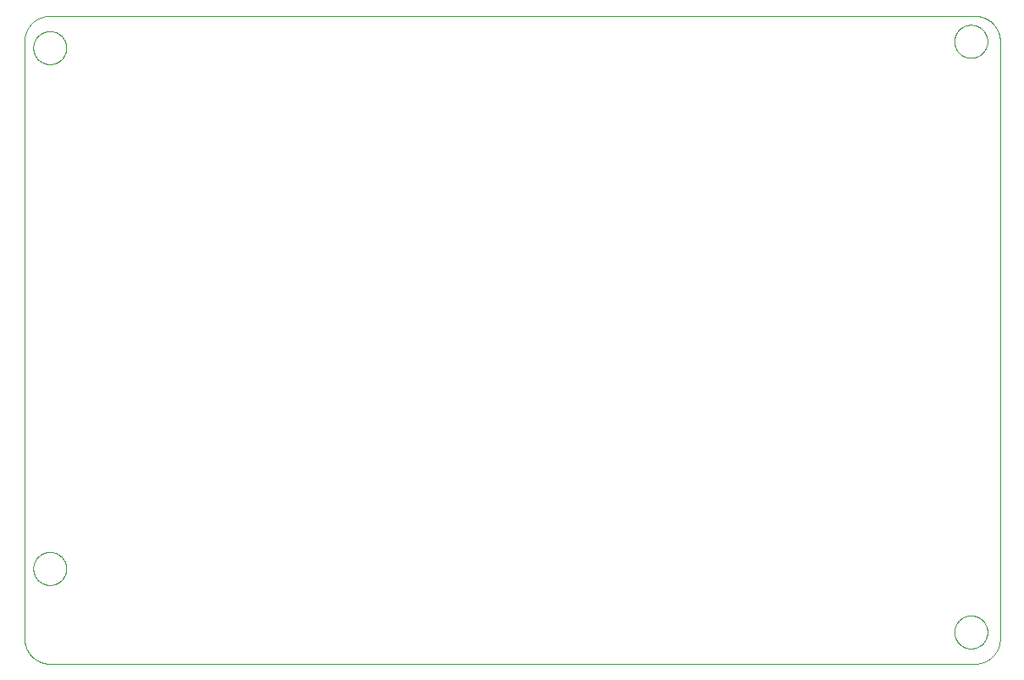
<source format=gko>
G75*
%MOIN*%
%OFA0B0*%
%FSLAX25Y25*%
%IPPOS*%
%LPD*%
%AMOC8*
5,1,8,0,0,1.08239X$1,22.5*
%
%ADD10C,0.00000*%
D10*
X0031333Y0038750D02*
X0031333Y0273750D01*
X0031336Y0273992D01*
X0031345Y0274233D01*
X0031359Y0274474D01*
X0031380Y0274715D01*
X0031406Y0274955D01*
X0031438Y0275195D01*
X0031476Y0275434D01*
X0031519Y0275671D01*
X0031569Y0275908D01*
X0031624Y0276143D01*
X0031684Y0276377D01*
X0031751Y0276609D01*
X0031822Y0276840D01*
X0031900Y0277069D01*
X0031983Y0277296D01*
X0032071Y0277521D01*
X0032165Y0277744D01*
X0032264Y0277964D01*
X0032369Y0278182D01*
X0032478Y0278397D01*
X0032593Y0278610D01*
X0032713Y0278820D01*
X0032838Y0279026D01*
X0032968Y0279230D01*
X0033103Y0279431D01*
X0033243Y0279628D01*
X0033387Y0279822D01*
X0033536Y0280012D01*
X0033690Y0280198D01*
X0033848Y0280381D01*
X0034010Y0280560D01*
X0034177Y0280735D01*
X0034348Y0280906D01*
X0034523Y0281073D01*
X0034702Y0281235D01*
X0034885Y0281393D01*
X0035071Y0281547D01*
X0035261Y0281696D01*
X0035455Y0281840D01*
X0035652Y0281980D01*
X0035853Y0282115D01*
X0036057Y0282245D01*
X0036263Y0282370D01*
X0036473Y0282490D01*
X0036686Y0282605D01*
X0036901Y0282714D01*
X0037119Y0282819D01*
X0037339Y0282918D01*
X0037562Y0283012D01*
X0037787Y0283100D01*
X0038014Y0283183D01*
X0038243Y0283261D01*
X0038474Y0283332D01*
X0038706Y0283399D01*
X0038940Y0283459D01*
X0039175Y0283514D01*
X0039412Y0283564D01*
X0039649Y0283607D01*
X0039888Y0283645D01*
X0040128Y0283677D01*
X0040368Y0283703D01*
X0040609Y0283724D01*
X0040850Y0283738D01*
X0041091Y0283747D01*
X0041333Y0283750D01*
X0405333Y0283750D01*
X0405575Y0283747D01*
X0405816Y0283738D01*
X0406057Y0283724D01*
X0406298Y0283703D01*
X0406538Y0283677D01*
X0406778Y0283645D01*
X0407017Y0283607D01*
X0407254Y0283564D01*
X0407491Y0283514D01*
X0407726Y0283459D01*
X0407960Y0283399D01*
X0408192Y0283332D01*
X0408423Y0283261D01*
X0408652Y0283183D01*
X0408879Y0283100D01*
X0409104Y0283012D01*
X0409327Y0282918D01*
X0409547Y0282819D01*
X0409765Y0282714D01*
X0409980Y0282605D01*
X0410193Y0282490D01*
X0410403Y0282370D01*
X0410609Y0282245D01*
X0410813Y0282115D01*
X0411014Y0281980D01*
X0411211Y0281840D01*
X0411405Y0281696D01*
X0411595Y0281547D01*
X0411781Y0281393D01*
X0411964Y0281235D01*
X0412143Y0281073D01*
X0412318Y0280906D01*
X0412489Y0280735D01*
X0412656Y0280560D01*
X0412818Y0280381D01*
X0412976Y0280198D01*
X0413130Y0280012D01*
X0413279Y0279822D01*
X0413423Y0279628D01*
X0413563Y0279431D01*
X0413698Y0279230D01*
X0413828Y0279026D01*
X0413953Y0278820D01*
X0414073Y0278610D01*
X0414188Y0278397D01*
X0414297Y0278182D01*
X0414402Y0277964D01*
X0414501Y0277744D01*
X0414595Y0277521D01*
X0414683Y0277296D01*
X0414766Y0277069D01*
X0414844Y0276840D01*
X0414915Y0276609D01*
X0414982Y0276377D01*
X0415042Y0276143D01*
X0415097Y0275908D01*
X0415147Y0275671D01*
X0415190Y0275434D01*
X0415228Y0275195D01*
X0415260Y0274955D01*
X0415286Y0274715D01*
X0415307Y0274474D01*
X0415321Y0274233D01*
X0415330Y0273992D01*
X0415333Y0273750D01*
X0415333Y0038750D01*
X0415330Y0038508D01*
X0415321Y0038267D01*
X0415307Y0038026D01*
X0415286Y0037785D01*
X0415260Y0037545D01*
X0415228Y0037305D01*
X0415190Y0037066D01*
X0415147Y0036829D01*
X0415097Y0036592D01*
X0415042Y0036357D01*
X0414982Y0036123D01*
X0414915Y0035891D01*
X0414844Y0035660D01*
X0414766Y0035431D01*
X0414683Y0035204D01*
X0414595Y0034979D01*
X0414501Y0034756D01*
X0414402Y0034536D01*
X0414297Y0034318D01*
X0414188Y0034103D01*
X0414073Y0033890D01*
X0413953Y0033680D01*
X0413828Y0033474D01*
X0413698Y0033270D01*
X0413563Y0033069D01*
X0413423Y0032872D01*
X0413279Y0032678D01*
X0413130Y0032488D01*
X0412976Y0032302D01*
X0412818Y0032119D01*
X0412656Y0031940D01*
X0412489Y0031765D01*
X0412318Y0031594D01*
X0412143Y0031427D01*
X0411964Y0031265D01*
X0411781Y0031107D01*
X0411595Y0030953D01*
X0411405Y0030804D01*
X0411211Y0030660D01*
X0411014Y0030520D01*
X0410813Y0030385D01*
X0410609Y0030255D01*
X0410403Y0030130D01*
X0410193Y0030010D01*
X0409980Y0029895D01*
X0409765Y0029786D01*
X0409547Y0029681D01*
X0409327Y0029582D01*
X0409104Y0029488D01*
X0408879Y0029400D01*
X0408652Y0029317D01*
X0408423Y0029239D01*
X0408192Y0029168D01*
X0407960Y0029101D01*
X0407726Y0029041D01*
X0407491Y0028986D01*
X0407254Y0028936D01*
X0407017Y0028893D01*
X0406778Y0028855D01*
X0406538Y0028823D01*
X0406298Y0028797D01*
X0406057Y0028776D01*
X0405816Y0028762D01*
X0405575Y0028753D01*
X0405333Y0028750D01*
X0041333Y0028750D01*
X0041091Y0028753D01*
X0040850Y0028762D01*
X0040609Y0028776D01*
X0040368Y0028797D01*
X0040128Y0028823D01*
X0039888Y0028855D01*
X0039649Y0028893D01*
X0039412Y0028936D01*
X0039175Y0028986D01*
X0038940Y0029041D01*
X0038706Y0029101D01*
X0038474Y0029168D01*
X0038243Y0029239D01*
X0038014Y0029317D01*
X0037787Y0029400D01*
X0037562Y0029488D01*
X0037339Y0029582D01*
X0037119Y0029681D01*
X0036901Y0029786D01*
X0036686Y0029895D01*
X0036473Y0030010D01*
X0036263Y0030130D01*
X0036057Y0030255D01*
X0035853Y0030385D01*
X0035652Y0030520D01*
X0035455Y0030660D01*
X0035261Y0030804D01*
X0035071Y0030953D01*
X0034885Y0031107D01*
X0034702Y0031265D01*
X0034523Y0031427D01*
X0034348Y0031594D01*
X0034177Y0031765D01*
X0034010Y0031940D01*
X0033848Y0032119D01*
X0033690Y0032302D01*
X0033536Y0032488D01*
X0033387Y0032678D01*
X0033243Y0032872D01*
X0033103Y0033069D01*
X0032968Y0033270D01*
X0032838Y0033474D01*
X0032713Y0033680D01*
X0032593Y0033890D01*
X0032478Y0034103D01*
X0032369Y0034318D01*
X0032264Y0034536D01*
X0032165Y0034756D01*
X0032071Y0034979D01*
X0031983Y0035204D01*
X0031900Y0035431D01*
X0031822Y0035660D01*
X0031751Y0035891D01*
X0031684Y0036123D01*
X0031624Y0036357D01*
X0031569Y0036592D01*
X0031519Y0036829D01*
X0031476Y0037066D01*
X0031438Y0037305D01*
X0031406Y0037545D01*
X0031380Y0037785D01*
X0031359Y0038026D01*
X0031345Y0038267D01*
X0031336Y0038508D01*
X0031333Y0038750D01*
X0034833Y0066250D02*
X0034835Y0066411D01*
X0034841Y0066571D01*
X0034851Y0066732D01*
X0034865Y0066892D01*
X0034883Y0067052D01*
X0034904Y0067211D01*
X0034930Y0067370D01*
X0034960Y0067528D01*
X0034993Y0067685D01*
X0035031Y0067842D01*
X0035072Y0067997D01*
X0035117Y0068151D01*
X0035166Y0068304D01*
X0035219Y0068456D01*
X0035275Y0068607D01*
X0035336Y0068756D01*
X0035399Y0068904D01*
X0035467Y0069050D01*
X0035538Y0069194D01*
X0035612Y0069336D01*
X0035690Y0069477D01*
X0035772Y0069615D01*
X0035857Y0069752D01*
X0035945Y0069886D01*
X0036037Y0070018D01*
X0036132Y0070148D01*
X0036230Y0070276D01*
X0036331Y0070401D01*
X0036435Y0070523D01*
X0036542Y0070643D01*
X0036652Y0070760D01*
X0036765Y0070875D01*
X0036881Y0070986D01*
X0037000Y0071095D01*
X0037121Y0071200D01*
X0037245Y0071303D01*
X0037371Y0071403D01*
X0037499Y0071499D01*
X0037630Y0071592D01*
X0037764Y0071682D01*
X0037899Y0071769D01*
X0038037Y0071852D01*
X0038176Y0071932D01*
X0038318Y0072008D01*
X0038461Y0072081D01*
X0038606Y0072150D01*
X0038753Y0072216D01*
X0038901Y0072278D01*
X0039051Y0072336D01*
X0039202Y0072391D01*
X0039355Y0072442D01*
X0039509Y0072489D01*
X0039664Y0072532D01*
X0039820Y0072571D01*
X0039976Y0072607D01*
X0040134Y0072638D01*
X0040292Y0072666D01*
X0040451Y0072690D01*
X0040611Y0072710D01*
X0040771Y0072726D01*
X0040931Y0072738D01*
X0041092Y0072746D01*
X0041253Y0072750D01*
X0041413Y0072750D01*
X0041574Y0072746D01*
X0041735Y0072738D01*
X0041895Y0072726D01*
X0042055Y0072710D01*
X0042215Y0072690D01*
X0042374Y0072666D01*
X0042532Y0072638D01*
X0042690Y0072607D01*
X0042846Y0072571D01*
X0043002Y0072532D01*
X0043157Y0072489D01*
X0043311Y0072442D01*
X0043464Y0072391D01*
X0043615Y0072336D01*
X0043765Y0072278D01*
X0043913Y0072216D01*
X0044060Y0072150D01*
X0044205Y0072081D01*
X0044348Y0072008D01*
X0044490Y0071932D01*
X0044629Y0071852D01*
X0044767Y0071769D01*
X0044902Y0071682D01*
X0045036Y0071592D01*
X0045167Y0071499D01*
X0045295Y0071403D01*
X0045421Y0071303D01*
X0045545Y0071200D01*
X0045666Y0071095D01*
X0045785Y0070986D01*
X0045901Y0070875D01*
X0046014Y0070760D01*
X0046124Y0070643D01*
X0046231Y0070523D01*
X0046335Y0070401D01*
X0046436Y0070276D01*
X0046534Y0070148D01*
X0046629Y0070018D01*
X0046721Y0069886D01*
X0046809Y0069752D01*
X0046894Y0069615D01*
X0046976Y0069477D01*
X0047054Y0069336D01*
X0047128Y0069194D01*
X0047199Y0069050D01*
X0047267Y0068904D01*
X0047330Y0068756D01*
X0047391Y0068607D01*
X0047447Y0068456D01*
X0047500Y0068304D01*
X0047549Y0068151D01*
X0047594Y0067997D01*
X0047635Y0067842D01*
X0047673Y0067685D01*
X0047706Y0067528D01*
X0047736Y0067370D01*
X0047762Y0067211D01*
X0047783Y0067052D01*
X0047801Y0066892D01*
X0047815Y0066732D01*
X0047825Y0066571D01*
X0047831Y0066411D01*
X0047833Y0066250D01*
X0047831Y0066089D01*
X0047825Y0065929D01*
X0047815Y0065768D01*
X0047801Y0065608D01*
X0047783Y0065448D01*
X0047762Y0065289D01*
X0047736Y0065130D01*
X0047706Y0064972D01*
X0047673Y0064815D01*
X0047635Y0064658D01*
X0047594Y0064503D01*
X0047549Y0064349D01*
X0047500Y0064196D01*
X0047447Y0064044D01*
X0047391Y0063893D01*
X0047330Y0063744D01*
X0047267Y0063596D01*
X0047199Y0063450D01*
X0047128Y0063306D01*
X0047054Y0063164D01*
X0046976Y0063023D01*
X0046894Y0062885D01*
X0046809Y0062748D01*
X0046721Y0062614D01*
X0046629Y0062482D01*
X0046534Y0062352D01*
X0046436Y0062224D01*
X0046335Y0062099D01*
X0046231Y0061977D01*
X0046124Y0061857D01*
X0046014Y0061740D01*
X0045901Y0061625D01*
X0045785Y0061514D01*
X0045666Y0061405D01*
X0045545Y0061300D01*
X0045421Y0061197D01*
X0045295Y0061097D01*
X0045167Y0061001D01*
X0045036Y0060908D01*
X0044902Y0060818D01*
X0044767Y0060731D01*
X0044629Y0060648D01*
X0044490Y0060568D01*
X0044348Y0060492D01*
X0044205Y0060419D01*
X0044060Y0060350D01*
X0043913Y0060284D01*
X0043765Y0060222D01*
X0043615Y0060164D01*
X0043464Y0060109D01*
X0043311Y0060058D01*
X0043157Y0060011D01*
X0043002Y0059968D01*
X0042846Y0059929D01*
X0042690Y0059893D01*
X0042532Y0059862D01*
X0042374Y0059834D01*
X0042215Y0059810D01*
X0042055Y0059790D01*
X0041895Y0059774D01*
X0041735Y0059762D01*
X0041574Y0059754D01*
X0041413Y0059750D01*
X0041253Y0059750D01*
X0041092Y0059754D01*
X0040931Y0059762D01*
X0040771Y0059774D01*
X0040611Y0059790D01*
X0040451Y0059810D01*
X0040292Y0059834D01*
X0040134Y0059862D01*
X0039976Y0059893D01*
X0039820Y0059929D01*
X0039664Y0059968D01*
X0039509Y0060011D01*
X0039355Y0060058D01*
X0039202Y0060109D01*
X0039051Y0060164D01*
X0038901Y0060222D01*
X0038753Y0060284D01*
X0038606Y0060350D01*
X0038461Y0060419D01*
X0038318Y0060492D01*
X0038176Y0060568D01*
X0038037Y0060648D01*
X0037899Y0060731D01*
X0037764Y0060818D01*
X0037630Y0060908D01*
X0037499Y0061001D01*
X0037371Y0061097D01*
X0037245Y0061197D01*
X0037121Y0061300D01*
X0037000Y0061405D01*
X0036881Y0061514D01*
X0036765Y0061625D01*
X0036652Y0061740D01*
X0036542Y0061857D01*
X0036435Y0061977D01*
X0036331Y0062099D01*
X0036230Y0062224D01*
X0036132Y0062352D01*
X0036037Y0062482D01*
X0035945Y0062614D01*
X0035857Y0062748D01*
X0035772Y0062885D01*
X0035690Y0063023D01*
X0035612Y0063164D01*
X0035538Y0063306D01*
X0035467Y0063450D01*
X0035399Y0063596D01*
X0035336Y0063744D01*
X0035275Y0063893D01*
X0035219Y0064044D01*
X0035166Y0064196D01*
X0035117Y0064349D01*
X0035072Y0064503D01*
X0035031Y0064658D01*
X0034993Y0064815D01*
X0034960Y0064972D01*
X0034930Y0065130D01*
X0034904Y0065289D01*
X0034883Y0065448D01*
X0034865Y0065608D01*
X0034851Y0065768D01*
X0034841Y0065929D01*
X0034835Y0066089D01*
X0034833Y0066250D01*
X0034833Y0271250D02*
X0034835Y0271411D01*
X0034841Y0271571D01*
X0034851Y0271732D01*
X0034865Y0271892D01*
X0034883Y0272052D01*
X0034904Y0272211D01*
X0034930Y0272370D01*
X0034960Y0272528D01*
X0034993Y0272685D01*
X0035031Y0272842D01*
X0035072Y0272997D01*
X0035117Y0273151D01*
X0035166Y0273304D01*
X0035219Y0273456D01*
X0035275Y0273607D01*
X0035336Y0273756D01*
X0035399Y0273904D01*
X0035467Y0274050D01*
X0035538Y0274194D01*
X0035612Y0274336D01*
X0035690Y0274477D01*
X0035772Y0274615D01*
X0035857Y0274752D01*
X0035945Y0274886D01*
X0036037Y0275018D01*
X0036132Y0275148D01*
X0036230Y0275276D01*
X0036331Y0275401D01*
X0036435Y0275523D01*
X0036542Y0275643D01*
X0036652Y0275760D01*
X0036765Y0275875D01*
X0036881Y0275986D01*
X0037000Y0276095D01*
X0037121Y0276200D01*
X0037245Y0276303D01*
X0037371Y0276403D01*
X0037499Y0276499D01*
X0037630Y0276592D01*
X0037764Y0276682D01*
X0037899Y0276769D01*
X0038037Y0276852D01*
X0038176Y0276932D01*
X0038318Y0277008D01*
X0038461Y0277081D01*
X0038606Y0277150D01*
X0038753Y0277216D01*
X0038901Y0277278D01*
X0039051Y0277336D01*
X0039202Y0277391D01*
X0039355Y0277442D01*
X0039509Y0277489D01*
X0039664Y0277532D01*
X0039820Y0277571D01*
X0039976Y0277607D01*
X0040134Y0277638D01*
X0040292Y0277666D01*
X0040451Y0277690D01*
X0040611Y0277710D01*
X0040771Y0277726D01*
X0040931Y0277738D01*
X0041092Y0277746D01*
X0041253Y0277750D01*
X0041413Y0277750D01*
X0041574Y0277746D01*
X0041735Y0277738D01*
X0041895Y0277726D01*
X0042055Y0277710D01*
X0042215Y0277690D01*
X0042374Y0277666D01*
X0042532Y0277638D01*
X0042690Y0277607D01*
X0042846Y0277571D01*
X0043002Y0277532D01*
X0043157Y0277489D01*
X0043311Y0277442D01*
X0043464Y0277391D01*
X0043615Y0277336D01*
X0043765Y0277278D01*
X0043913Y0277216D01*
X0044060Y0277150D01*
X0044205Y0277081D01*
X0044348Y0277008D01*
X0044490Y0276932D01*
X0044629Y0276852D01*
X0044767Y0276769D01*
X0044902Y0276682D01*
X0045036Y0276592D01*
X0045167Y0276499D01*
X0045295Y0276403D01*
X0045421Y0276303D01*
X0045545Y0276200D01*
X0045666Y0276095D01*
X0045785Y0275986D01*
X0045901Y0275875D01*
X0046014Y0275760D01*
X0046124Y0275643D01*
X0046231Y0275523D01*
X0046335Y0275401D01*
X0046436Y0275276D01*
X0046534Y0275148D01*
X0046629Y0275018D01*
X0046721Y0274886D01*
X0046809Y0274752D01*
X0046894Y0274615D01*
X0046976Y0274477D01*
X0047054Y0274336D01*
X0047128Y0274194D01*
X0047199Y0274050D01*
X0047267Y0273904D01*
X0047330Y0273756D01*
X0047391Y0273607D01*
X0047447Y0273456D01*
X0047500Y0273304D01*
X0047549Y0273151D01*
X0047594Y0272997D01*
X0047635Y0272842D01*
X0047673Y0272685D01*
X0047706Y0272528D01*
X0047736Y0272370D01*
X0047762Y0272211D01*
X0047783Y0272052D01*
X0047801Y0271892D01*
X0047815Y0271732D01*
X0047825Y0271571D01*
X0047831Y0271411D01*
X0047833Y0271250D01*
X0047831Y0271089D01*
X0047825Y0270929D01*
X0047815Y0270768D01*
X0047801Y0270608D01*
X0047783Y0270448D01*
X0047762Y0270289D01*
X0047736Y0270130D01*
X0047706Y0269972D01*
X0047673Y0269815D01*
X0047635Y0269658D01*
X0047594Y0269503D01*
X0047549Y0269349D01*
X0047500Y0269196D01*
X0047447Y0269044D01*
X0047391Y0268893D01*
X0047330Y0268744D01*
X0047267Y0268596D01*
X0047199Y0268450D01*
X0047128Y0268306D01*
X0047054Y0268164D01*
X0046976Y0268023D01*
X0046894Y0267885D01*
X0046809Y0267748D01*
X0046721Y0267614D01*
X0046629Y0267482D01*
X0046534Y0267352D01*
X0046436Y0267224D01*
X0046335Y0267099D01*
X0046231Y0266977D01*
X0046124Y0266857D01*
X0046014Y0266740D01*
X0045901Y0266625D01*
X0045785Y0266514D01*
X0045666Y0266405D01*
X0045545Y0266300D01*
X0045421Y0266197D01*
X0045295Y0266097D01*
X0045167Y0266001D01*
X0045036Y0265908D01*
X0044902Y0265818D01*
X0044767Y0265731D01*
X0044629Y0265648D01*
X0044490Y0265568D01*
X0044348Y0265492D01*
X0044205Y0265419D01*
X0044060Y0265350D01*
X0043913Y0265284D01*
X0043765Y0265222D01*
X0043615Y0265164D01*
X0043464Y0265109D01*
X0043311Y0265058D01*
X0043157Y0265011D01*
X0043002Y0264968D01*
X0042846Y0264929D01*
X0042690Y0264893D01*
X0042532Y0264862D01*
X0042374Y0264834D01*
X0042215Y0264810D01*
X0042055Y0264790D01*
X0041895Y0264774D01*
X0041735Y0264762D01*
X0041574Y0264754D01*
X0041413Y0264750D01*
X0041253Y0264750D01*
X0041092Y0264754D01*
X0040931Y0264762D01*
X0040771Y0264774D01*
X0040611Y0264790D01*
X0040451Y0264810D01*
X0040292Y0264834D01*
X0040134Y0264862D01*
X0039976Y0264893D01*
X0039820Y0264929D01*
X0039664Y0264968D01*
X0039509Y0265011D01*
X0039355Y0265058D01*
X0039202Y0265109D01*
X0039051Y0265164D01*
X0038901Y0265222D01*
X0038753Y0265284D01*
X0038606Y0265350D01*
X0038461Y0265419D01*
X0038318Y0265492D01*
X0038176Y0265568D01*
X0038037Y0265648D01*
X0037899Y0265731D01*
X0037764Y0265818D01*
X0037630Y0265908D01*
X0037499Y0266001D01*
X0037371Y0266097D01*
X0037245Y0266197D01*
X0037121Y0266300D01*
X0037000Y0266405D01*
X0036881Y0266514D01*
X0036765Y0266625D01*
X0036652Y0266740D01*
X0036542Y0266857D01*
X0036435Y0266977D01*
X0036331Y0267099D01*
X0036230Y0267224D01*
X0036132Y0267352D01*
X0036037Y0267482D01*
X0035945Y0267614D01*
X0035857Y0267748D01*
X0035772Y0267885D01*
X0035690Y0268023D01*
X0035612Y0268164D01*
X0035538Y0268306D01*
X0035467Y0268450D01*
X0035399Y0268596D01*
X0035336Y0268744D01*
X0035275Y0268893D01*
X0035219Y0269044D01*
X0035166Y0269196D01*
X0035117Y0269349D01*
X0035072Y0269503D01*
X0035031Y0269658D01*
X0034993Y0269815D01*
X0034960Y0269972D01*
X0034930Y0270130D01*
X0034904Y0270289D01*
X0034883Y0270448D01*
X0034865Y0270608D01*
X0034851Y0270768D01*
X0034841Y0270929D01*
X0034835Y0271089D01*
X0034833Y0271250D01*
X0397333Y0273750D02*
X0397335Y0273911D01*
X0397341Y0274071D01*
X0397351Y0274232D01*
X0397365Y0274392D01*
X0397383Y0274552D01*
X0397404Y0274711D01*
X0397430Y0274870D01*
X0397460Y0275028D01*
X0397493Y0275185D01*
X0397531Y0275342D01*
X0397572Y0275497D01*
X0397617Y0275651D01*
X0397666Y0275804D01*
X0397719Y0275956D01*
X0397775Y0276107D01*
X0397836Y0276256D01*
X0397899Y0276404D01*
X0397967Y0276550D01*
X0398038Y0276694D01*
X0398112Y0276836D01*
X0398190Y0276977D01*
X0398272Y0277115D01*
X0398357Y0277252D01*
X0398445Y0277386D01*
X0398537Y0277518D01*
X0398632Y0277648D01*
X0398730Y0277776D01*
X0398831Y0277901D01*
X0398935Y0278023D01*
X0399042Y0278143D01*
X0399152Y0278260D01*
X0399265Y0278375D01*
X0399381Y0278486D01*
X0399500Y0278595D01*
X0399621Y0278700D01*
X0399745Y0278803D01*
X0399871Y0278903D01*
X0399999Y0278999D01*
X0400130Y0279092D01*
X0400264Y0279182D01*
X0400399Y0279269D01*
X0400537Y0279352D01*
X0400676Y0279432D01*
X0400818Y0279508D01*
X0400961Y0279581D01*
X0401106Y0279650D01*
X0401253Y0279716D01*
X0401401Y0279778D01*
X0401551Y0279836D01*
X0401702Y0279891D01*
X0401855Y0279942D01*
X0402009Y0279989D01*
X0402164Y0280032D01*
X0402320Y0280071D01*
X0402476Y0280107D01*
X0402634Y0280138D01*
X0402792Y0280166D01*
X0402951Y0280190D01*
X0403111Y0280210D01*
X0403271Y0280226D01*
X0403431Y0280238D01*
X0403592Y0280246D01*
X0403753Y0280250D01*
X0403913Y0280250D01*
X0404074Y0280246D01*
X0404235Y0280238D01*
X0404395Y0280226D01*
X0404555Y0280210D01*
X0404715Y0280190D01*
X0404874Y0280166D01*
X0405032Y0280138D01*
X0405190Y0280107D01*
X0405346Y0280071D01*
X0405502Y0280032D01*
X0405657Y0279989D01*
X0405811Y0279942D01*
X0405964Y0279891D01*
X0406115Y0279836D01*
X0406265Y0279778D01*
X0406413Y0279716D01*
X0406560Y0279650D01*
X0406705Y0279581D01*
X0406848Y0279508D01*
X0406990Y0279432D01*
X0407129Y0279352D01*
X0407267Y0279269D01*
X0407402Y0279182D01*
X0407536Y0279092D01*
X0407667Y0278999D01*
X0407795Y0278903D01*
X0407921Y0278803D01*
X0408045Y0278700D01*
X0408166Y0278595D01*
X0408285Y0278486D01*
X0408401Y0278375D01*
X0408514Y0278260D01*
X0408624Y0278143D01*
X0408731Y0278023D01*
X0408835Y0277901D01*
X0408936Y0277776D01*
X0409034Y0277648D01*
X0409129Y0277518D01*
X0409221Y0277386D01*
X0409309Y0277252D01*
X0409394Y0277115D01*
X0409476Y0276977D01*
X0409554Y0276836D01*
X0409628Y0276694D01*
X0409699Y0276550D01*
X0409767Y0276404D01*
X0409830Y0276256D01*
X0409891Y0276107D01*
X0409947Y0275956D01*
X0410000Y0275804D01*
X0410049Y0275651D01*
X0410094Y0275497D01*
X0410135Y0275342D01*
X0410173Y0275185D01*
X0410206Y0275028D01*
X0410236Y0274870D01*
X0410262Y0274711D01*
X0410283Y0274552D01*
X0410301Y0274392D01*
X0410315Y0274232D01*
X0410325Y0274071D01*
X0410331Y0273911D01*
X0410333Y0273750D01*
X0410331Y0273589D01*
X0410325Y0273429D01*
X0410315Y0273268D01*
X0410301Y0273108D01*
X0410283Y0272948D01*
X0410262Y0272789D01*
X0410236Y0272630D01*
X0410206Y0272472D01*
X0410173Y0272315D01*
X0410135Y0272158D01*
X0410094Y0272003D01*
X0410049Y0271849D01*
X0410000Y0271696D01*
X0409947Y0271544D01*
X0409891Y0271393D01*
X0409830Y0271244D01*
X0409767Y0271096D01*
X0409699Y0270950D01*
X0409628Y0270806D01*
X0409554Y0270664D01*
X0409476Y0270523D01*
X0409394Y0270385D01*
X0409309Y0270248D01*
X0409221Y0270114D01*
X0409129Y0269982D01*
X0409034Y0269852D01*
X0408936Y0269724D01*
X0408835Y0269599D01*
X0408731Y0269477D01*
X0408624Y0269357D01*
X0408514Y0269240D01*
X0408401Y0269125D01*
X0408285Y0269014D01*
X0408166Y0268905D01*
X0408045Y0268800D01*
X0407921Y0268697D01*
X0407795Y0268597D01*
X0407667Y0268501D01*
X0407536Y0268408D01*
X0407402Y0268318D01*
X0407267Y0268231D01*
X0407129Y0268148D01*
X0406990Y0268068D01*
X0406848Y0267992D01*
X0406705Y0267919D01*
X0406560Y0267850D01*
X0406413Y0267784D01*
X0406265Y0267722D01*
X0406115Y0267664D01*
X0405964Y0267609D01*
X0405811Y0267558D01*
X0405657Y0267511D01*
X0405502Y0267468D01*
X0405346Y0267429D01*
X0405190Y0267393D01*
X0405032Y0267362D01*
X0404874Y0267334D01*
X0404715Y0267310D01*
X0404555Y0267290D01*
X0404395Y0267274D01*
X0404235Y0267262D01*
X0404074Y0267254D01*
X0403913Y0267250D01*
X0403753Y0267250D01*
X0403592Y0267254D01*
X0403431Y0267262D01*
X0403271Y0267274D01*
X0403111Y0267290D01*
X0402951Y0267310D01*
X0402792Y0267334D01*
X0402634Y0267362D01*
X0402476Y0267393D01*
X0402320Y0267429D01*
X0402164Y0267468D01*
X0402009Y0267511D01*
X0401855Y0267558D01*
X0401702Y0267609D01*
X0401551Y0267664D01*
X0401401Y0267722D01*
X0401253Y0267784D01*
X0401106Y0267850D01*
X0400961Y0267919D01*
X0400818Y0267992D01*
X0400676Y0268068D01*
X0400537Y0268148D01*
X0400399Y0268231D01*
X0400264Y0268318D01*
X0400130Y0268408D01*
X0399999Y0268501D01*
X0399871Y0268597D01*
X0399745Y0268697D01*
X0399621Y0268800D01*
X0399500Y0268905D01*
X0399381Y0269014D01*
X0399265Y0269125D01*
X0399152Y0269240D01*
X0399042Y0269357D01*
X0398935Y0269477D01*
X0398831Y0269599D01*
X0398730Y0269724D01*
X0398632Y0269852D01*
X0398537Y0269982D01*
X0398445Y0270114D01*
X0398357Y0270248D01*
X0398272Y0270385D01*
X0398190Y0270523D01*
X0398112Y0270664D01*
X0398038Y0270806D01*
X0397967Y0270950D01*
X0397899Y0271096D01*
X0397836Y0271244D01*
X0397775Y0271393D01*
X0397719Y0271544D01*
X0397666Y0271696D01*
X0397617Y0271849D01*
X0397572Y0272003D01*
X0397531Y0272158D01*
X0397493Y0272315D01*
X0397460Y0272472D01*
X0397430Y0272630D01*
X0397404Y0272789D01*
X0397383Y0272948D01*
X0397365Y0273108D01*
X0397351Y0273268D01*
X0397341Y0273429D01*
X0397335Y0273589D01*
X0397333Y0273750D01*
X0397333Y0041250D02*
X0397335Y0041411D01*
X0397341Y0041571D01*
X0397351Y0041732D01*
X0397365Y0041892D01*
X0397383Y0042052D01*
X0397404Y0042211D01*
X0397430Y0042370D01*
X0397460Y0042528D01*
X0397493Y0042685D01*
X0397531Y0042842D01*
X0397572Y0042997D01*
X0397617Y0043151D01*
X0397666Y0043304D01*
X0397719Y0043456D01*
X0397775Y0043607D01*
X0397836Y0043756D01*
X0397899Y0043904D01*
X0397967Y0044050D01*
X0398038Y0044194D01*
X0398112Y0044336D01*
X0398190Y0044477D01*
X0398272Y0044615D01*
X0398357Y0044752D01*
X0398445Y0044886D01*
X0398537Y0045018D01*
X0398632Y0045148D01*
X0398730Y0045276D01*
X0398831Y0045401D01*
X0398935Y0045523D01*
X0399042Y0045643D01*
X0399152Y0045760D01*
X0399265Y0045875D01*
X0399381Y0045986D01*
X0399500Y0046095D01*
X0399621Y0046200D01*
X0399745Y0046303D01*
X0399871Y0046403D01*
X0399999Y0046499D01*
X0400130Y0046592D01*
X0400264Y0046682D01*
X0400399Y0046769D01*
X0400537Y0046852D01*
X0400676Y0046932D01*
X0400818Y0047008D01*
X0400961Y0047081D01*
X0401106Y0047150D01*
X0401253Y0047216D01*
X0401401Y0047278D01*
X0401551Y0047336D01*
X0401702Y0047391D01*
X0401855Y0047442D01*
X0402009Y0047489D01*
X0402164Y0047532D01*
X0402320Y0047571D01*
X0402476Y0047607D01*
X0402634Y0047638D01*
X0402792Y0047666D01*
X0402951Y0047690D01*
X0403111Y0047710D01*
X0403271Y0047726D01*
X0403431Y0047738D01*
X0403592Y0047746D01*
X0403753Y0047750D01*
X0403913Y0047750D01*
X0404074Y0047746D01*
X0404235Y0047738D01*
X0404395Y0047726D01*
X0404555Y0047710D01*
X0404715Y0047690D01*
X0404874Y0047666D01*
X0405032Y0047638D01*
X0405190Y0047607D01*
X0405346Y0047571D01*
X0405502Y0047532D01*
X0405657Y0047489D01*
X0405811Y0047442D01*
X0405964Y0047391D01*
X0406115Y0047336D01*
X0406265Y0047278D01*
X0406413Y0047216D01*
X0406560Y0047150D01*
X0406705Y0047081D01*
X0406848Y0047008D01*
X0406990Y0046932D01*
X0407129Y0046852D01*
X0407267Y0046769D01*
X0407402Y0046682D01*
X0407536Y0046592D01*
X0407667Y0046499D01*
X0407795Y0046403D01*
X0407921Y0046303D01*
X0408045Y0046200D01*
X0408166Y0046095D01*
X0408285Y0045986D01*
X0408401Y0045875D01*
X0408514Y0045760D01*
X0408624Y0045643D01*
X0408731Y0045523D01*
X0408835Y0045401D01*
X0408936Y0045276D01*
X0409034Y0045148D01*
X0409129Y0045018D01*
X0409221Y0044886D01*
X0409309Y0044752D01*
X0409394Y0044615D01*
X0409476Y0044477D01*
X0409554Y0044336D01*
X0409628Y0044194D01*
X0409699Y0044050D01*
X0409767Y0043904D01*
X0409830Y0043756D01*
X0409891Y0043607D01*
X0409947Y0043456D01*
X0410000Y0043304D01*
X0410049Y0043151D01*
X0410094Y0042997D01*
X0410135Y0042842D01*
X0410173Y0042685D01*
X0410206Y0042528D01*
X0410236Y0042370D01*
X0410262Y0042211D01*
X0410283Y0042052D01*
X0410301Y0041892D01*
X0410315Y0041732D01*
X0410325Y0041571D01*
X0410331Y0041411D01*
X0410333Y0041250D01*
X0410331Y0041089D01*
X0410325Y0040929D01*
X0410315Y0040768D01*
X0410301Y0040608D01*
X0410283Y0040448D01*
X0410262Y0040289D01*
X0410236Y0040130D01*
X0410206Y0039972D01*
X0410173Y0039815D01*
X0410135Y0039658D01*
X0410094Y0039503D01*
X0410049Y0039349D01*
X0410000Y0039196D01*
X0409947Y0039044D01*
X0409891Y0038893D01*
X0409830Y0038744D01*
X0409767Y0038596D01*
X0409699Y0038450D01*
X0409628Y0038306D01*
X0409554Y0038164D01*
X0409476Y0038023D01*
X0409394Y0037885D01*
X0409309Y0037748D01*
X0409221Y0037614D01*
X0409129Y0037482D01*
X0409034Y0037352D01*
X0408936Y0037224D01*
X0408835Y0037099D01*
X0408731Y0036977D01*
X0408624Y0036857D01*
X0408514Y0036740D01*
X0408401Y0036625D01*
X0408285Y0036514D01*
X0408166Y0036405D01*
X0408045Y0036300D01*
X0407921Y0036197D01*
X0407795Y0036097D01*
X0407667Y0036001D01*
X0407536Y0035908D01*
X0407402Y0035818D01*
X0407267Y0035731D01*
X0407129Y0035648D01*
X0406990Y0035568D01*
X0406848Y0035492D01*
X0406705Y0035419D01*
X0406560Y0035350D01*
X0406413Y0035284D01*
X0406265Y0035222D01*
X0406115Y0035164D01*
X0405964Y0035109D01*
X0405811Y0035058D01*
X0405657Y0035011D01*
X0405502Y0034968D01*
X0405346Y0034929D01*
X0405190Y0034893D01*
X0405032Y0034862D01*
X0404874Y0034834D01*
X0404715Y0034810D01*
X0404555Y0034790D01*
X0404395Y0034774D01*
X0404235Y0034762D01*
X0404074Y0034754D01*
X0403913Y0034750D01*
X0403753Y0034750D01*
X0403592Y0034754D01*
X0403431Y0034762D01*
X0403271Y0034774D01*
X0403111Y0034790D01*
X0402951Y0034810D01*
X0402792Y0034834D01*
X0402634Y0034862D01*
X0402476Y0034893D01*
X0402320Y0034929D01*
X0402164Y0034968D01*
X0402009Y0035011D01*
X0401855Y0035058D01*
X0401702Y0035109D01*
X0401551Y0035164D01*
X0401401Y0035222D01*
X0401253Y0035284D01*
X0401106Y0035350D01*
X0400961Y0035419D01*
X0400818Y0035492D01*
X0400676Y0035568D01*
X0400537Y0035648D01*
X0400399Y0035731D01*
X0400264Y0035818D01*
X0400130Y0035908D01*
X0399999Y0036001D01*
X0399871Y0036097D01*
X0399745Y0036197D01*
X0399621Y0036300D01*
X0399500Y0036405D01*
X0399381Y0036514D01*
X0399265Y0036625D01*
X0399152Y0036740D01*
X0399042Y0036857D01*
X0398935Y0036977D01*
X0398831Y0037099D01*
X0398730Y0037224D01*
X0398632Y0037352D01*
X0398537Y0037482D01*
X0398445Y0037614D01*
X0398357Y0037748D01*
X0398272Y0037885D01*
X0398190Y0038023D01*
X0398112Y0038164D01*
X0398038Y0038306D01*
X0397967Y0038450D01*
X0397899Y0038596D01*
X0397836Y0038744D01*
X0397775Y0038893D01*
X0397719Y0039044D01*
X0397666Y0039196D01*
X0397617Y0039349D01*
X0397572Y0039503D01*
X0397531Y0039658D01*
X0397493Y0039815D01*
X0397460Y0039972D01*
X0397430Y0040130D01*
X0397404Y0040289D01*
X0397383Y0040448D01*
X0397365Y0040608D01*
X0397351Y0040768D01*
X0397341Y0040929D01*
X0397335Y0041089D01*
X0397333Y0041250D01*
M02*

</source>
